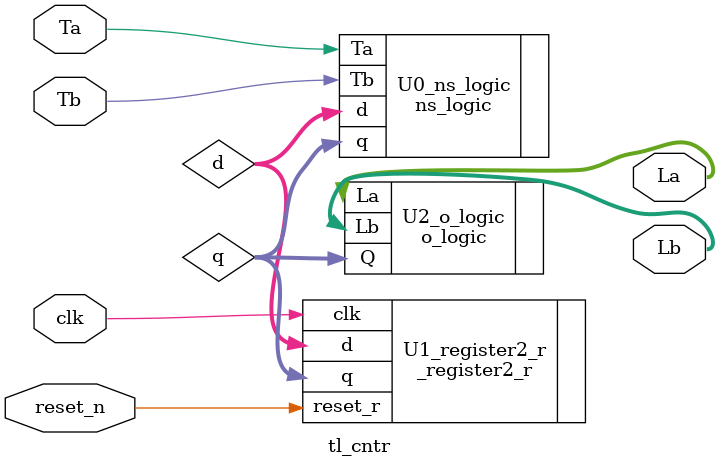
<source format=v>
module tl_cntr(clk, reset_n, Ta, Tb, La, Lb);

	input					clk, reset_n, Ta, Tb;
	output	[1:0]		La, Lb;

	wire		[1:0]		d, q;
	
	ns_logic U0_ns_logic(.Ta(Ta), .Tb(Tb), .q(q[1:0]), .d(d[1:0]));
	_register2_r U1_register2_r(.clk(clk), .reset_r(reset_n), .d(d[1:0]), .q(q[1:0]));
	o_logic U2_o_logic(.Q(q[1:0]), .La(La[1:0]), .Lb(Lb[1:0]));
	
endmodule

</source>
